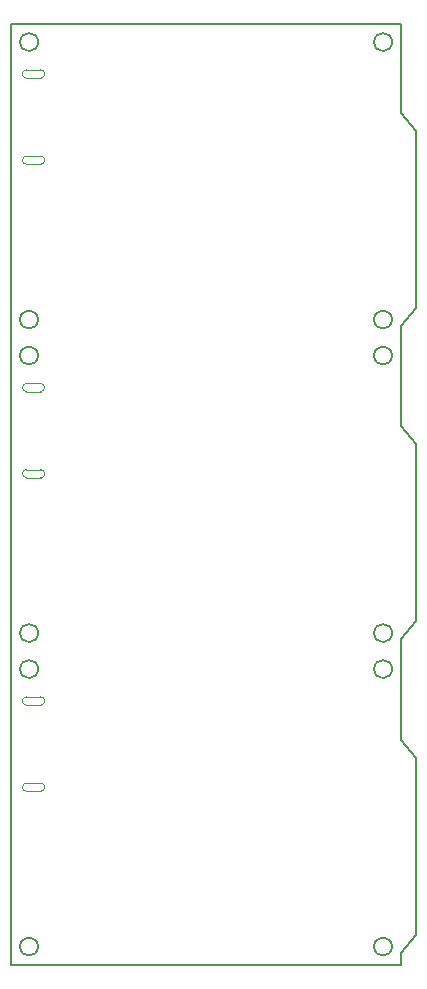
<source format=gm1>
G04 #@! TF.FileFunction,Profile,NP*
%FSLAX46Y46*%
G04 Gerber Fmt 4.6, Leading zero omitted, Abs format (unit mm)*
G04 Created by KiCad (PCBNEW 4.0.5+dfsg1-4) date Tue Nov  6 22:35:12 2018*
%MOMM*%
%LPD*%
G01*
G04 APERTURE LIST*
%ADD10C,0.100000*%
%ADD11C,0.150000*%
%ADD12C,0.000100*%
G04 APERTURE END LIST*
D10*
D11*
X146304000Y-59436000D02*
X146304000Y-139065000D01*
X179324000Y-84963000D02*
X179324000Y-85979000D01*
X178562000Y-84455000D02*
G75*
G03X178562000Y-84455000I-762000J0D01*
G01*
X148590000Y-84455000D02*
G75*
G03X148590000Y-84455000I-762000J0D01*
G01*
X180594000Y-68453000D02*
X180594000Y-83439000D01*
X178562000Y-60960000D02*
G75*
G03X178562000Y-60960000I-762000J0D01*
G01*
X179324000Y-59436000D02*
X179324000Y-66929000D01*
X179324000Y-66929000D02*
X180594000Y-68453000D01*
X146304000Y-59436000D02*
X179324000Y-59436000D01*
X148590000Y-60960000D02*
G75*
G03X148590000Y-60960000I-762000J0D01*
G01*
X180594000Y-83439000D02*
X179324000Y-84963000D01*
X180594000Y-94996000D02*
X180594000Y-109982000D01*
X180594000Y-109982000D02*
X179324000Y-111506000D01*
X178562000Y-110998000D02*
G75*
G03X178562000Y-110998000I-762000J0D01*
G01*
X179324000Y-111506000D02*
X179324000Y-112522000D01*
X179324000Y-93472000D02*
X180594000Y-94996000D01*
X178562000Y-87503000D02*
G75*
G03X178562000Y-87503000I-762000J0D01*
G01*
X179324000Y-85979000D02*
X179324000Y-93472000D01*
X148590000Y-87503000D02*
G75*
G03X148590000Y-87503000I-762000J0D01*
G01*
X148590000Y-110998000D02*
G75*
G03X148590000Y-110998000I-762000J0D01*
G01*
X178562000Y-114046000D02*
G75*
G03X178562000Y-114046000I-762000J0D01*
G01*
X178562000Y-137541000D02*
G75*
G03X178562000Y-137541000I-762000J0D01*
G01*
X148590000Y-114046000D02*
G75*
G03X148590000Y-114046000I-762000J0D01*
G01*
X179324000Y-112522000D02*
X179324000Y-120015000D01*
X179324000Y-120015000D02*
X180594000Y-121539000D01*
X148590000Y-137541000D02*
G75*
G03X148590000Y-137541000I-762000J0D01*
G01*
X179324000Y-138049000D02*
X179324000Y-139065000D01*
X180594000Y-136525000D02*
X179324000Y-138049000D01*
X180594000Y-121539000D02*
X180594000Y-136525000D01*
X179324000Y-139065000D02*
X146304000Y-139065000D01*
D12*
X148809000Y-71310000D02*
X147609000Y-71310000D01*
X148809000Y-70610000D02*
X147609000Y-70610000D01*
X148809000Y-71310000D02*
G75*
G03X149159000Y-70960000I0J350000D01*
G01*
X149159000Y-70960000D02*
G75*
G03X148809000Y-70610000I-350000J0D01*
G01*
X147609000Y-70610000D02*
G75*
G03X147259000Y-70960000I0J-350000D01*
G01*
X147259000Y-70960000D02*
G75*
G03X147609000Y-71310000I350000J0D01*
G01*
X148809000Y-64010000D02*
X147609000Y-64010000D01*
X148809000Y-63310000D02*
X147609000Y-63310000D01*
X148809000Y-64010000D02*
G75*
G03X149159000Y-63660000I0J350000D01*
G01*
X149159000Y-63660000D02*
G75*
G03X148809000Y-63310000I-350000J0D01*
G01*
X147609000Y-63310000D02*
G75*
G03X147259000Y-63660000I0J-350000D01*
G01*
X147259000Y-63660000D02*
G75*
G03X147609000Y-64010000I350000J0D01*
G01*
X148809000Y-97853000D02*
X147609000Y-97853000D01*
X148809000Y-97153000D02*
X147609000Y-97153000D01*
X148809000Y-97853000D02*
G75*
G03X149159000Y-97503000I0J350000D01*
G01*
X149159000Y-97503000D02*
G75*
G03X148809000Y-97153000I-350000J0D01*
G01*
X147609000Y-97153000D02*
G75*
G03X147259000Y-97503000I0J-350000D01*
G01*
X147259000Y-97503000D02*
G75*
G03X147609000Y-97853000I350000J0D01*
G01*
X148809000Y-90553000D02*
X147609000Y-90553000D01*
X148809000Y-89853000D02*
X147609000Y-89853000D01*
X148809000Y-90553000D02*
G75*
G03X149159000Y-90203000I0J350000D01*
G01*
X149159000Y-90203000D02*
G75*
G03X148809000Y-89853000I-350000J0D01*
G01*
X147609000Y-89853000D02*
G75*
G03X147259000Y-90203000I0J-350000D01*
G01*
X147259000Y-90203000D02*
G75*
G03X147609000Y-90553000I350000J0D01*
G01*
X148809000Y-124396000D02*
X147609000Y-124396000D01*
X148809000Y-123696000D02*
X147609000Y-123696000D01*
X148809000Y-124396000D02*
G75*
G03X149159000Y-124046000I0J350000D01*
G01*
X149159000Y-124046000D02*
G75*
G03X148809000Y-123696000I-350000J0D01*
G01*
X147609000Y-123696000D02*
G75*
G03X147259000Y-124046000I0J-350000D01*
G01*
X147259000Y-124046000D02*
G75*
G03X147609000Y-124396000I350000J0D01*
G01*
X148809000Y-117096000D02*
X147609000Y-117096000D01*
X148809000Y-116396000D02*
X147609000Y-116396000D01*
X148809000Y-117096000D02*
G75*
G03X149159000Y-116746000I0J350000D01*
G01*
X149159000Y-116746000D02*
G75*
G03X148809000Y-116396000I-350000J0D01*
G01*
X147609000Y-116396000D02*
G75*
G03X147259000Y-116746000I0J-350000D01*
G01*
X147259000Y-116746000D02*
G75*
G03X147609000Y-117096000I350000J0D01*
G01*
M02*

</source>
